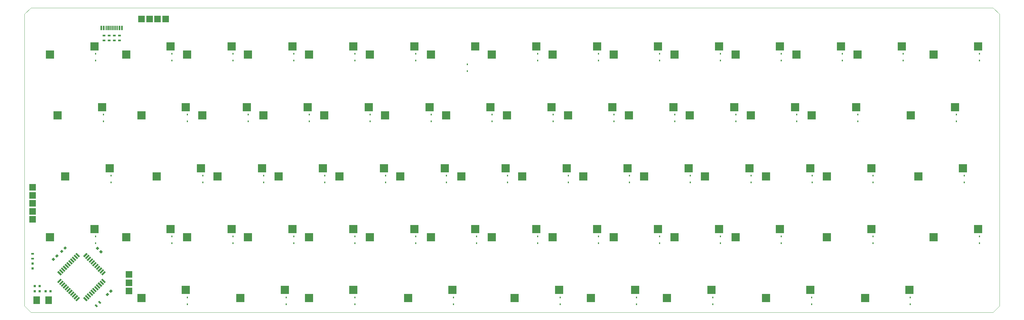
<source format=gbr>
%TF.GenerationSoftware,KiCad,Pcbnew,5.1.6*%
%TF.CreationDate,2020-07-08T12:45:37+02:00*%
%TF.ProjectId,zedekiel,7a656465-6b69-4656-9c2e-6b696361645f,rev?*%
%TF.SameCoordinates,Original*%
%TF.FileFunction,Paste,Bot*%
%TF.FilePolarity,Positive*%
%FSLAX46Y46*%
G04 Gerber Fmt 4.6, Leading zero omitted, Abs format (unit mm)*
G04 Created by KiCad (PCBNEW 5.1.6) date 2020-07-08 12:45:37*
%MOMM*%
%LPD*%
G01*
G04 APERTURE LIST*
%TA.AperFunction,Profile*%
%ADD10C,0.050000*%
%TD*%
%ADD11R,2.550000X2.500000*%
%ADD12R,0.300000X1.450000*%
%ADD13R,0.600000X1.450000*%
%ADD14R,2.000000X2.400000*%
%ADD15R,0.800000X0.750000*%
%ADD16R,0.750000X0.800000*%
%ADD17C,0.100000*%
%ADD18R,0.450000X0.600000*%
%ADD19R,0.900000X0.500000*%
%ADD20R,2.000000X2.000000*%
G04 APERTURE END LIST*
D10*
X20400000Y-113400000D02*
X20400000Y-22400000D01*
X22400000Y-115400000D02*
X20400000Y-113400000D01*
X322400000Y-115400000D02*
X22400000Y-115400000D01*
X324400000Y-113400000D02*
X322400000Y-115400000D01*
X324400000Y-22400000D02*
X324400000Y-113400000D01*
X322400000Y-20400000D02*
X324400000Y-22400000D01*
X22400000Y-20400000D02*
X322400000Y-20400000D01*
X20400000Y-22400000D02*
X22400000Y-20400000D01*
D11*
%TO.C,K66*%
X317710000Y-32440000D03*
X303860000Y-34980000D03*
%TD*%
%TO.C,K28*%
X310585000Y-51440000D03*
X296735000Y-53980000D03*
%TD*%
%TO.C,K42*%
X312960000Y-70440000D03*
X299110000Y-72980000D03*
%TD*%
%TO.C,K56*%
X317710000Y-89440000D03*
X303860000Y-91980000D03*
%TD*%
%TO.C,K55*%
X284460000Y-89440000D03*
X270610000Y-91980000D03*
%TD*%
%TO.C,K65*%
X282485000Y-110980000D03*
X296335000Y-108440000D03*
%TD*%
%TO.C,K64*%
X265460000Y-108440000D03*
X251610000Y-110980000D03*
%TD*%
%TO.C,K63*%
X220735000Y-110980000D03*
X234585000Y-108440000D03*
%TD*%
%TO.C,K62*%
X196985000Y-110980000D03*
X210835000Y-108440000D03*
%TD*%
%TO.C,K61*%
X173235000Y-110980000D03*
X187085000Y-108440000D03*
%TD*%
%TO.C,K60*%
X153835000Y-108440000D03*
X139985000Y-110980000D03*
%TD*%
%TO.C,K58*%
X87735000Y-110980000D03*
X101585000Y-108440000D03*
%TD*%
%TO.C,K57*%
X70710000Y-108440000D03*
X56860000Y-110980000D03*
%TD*%
%TO.C,K43*%
X42210000Y-89440000D03*
X28360000Y-91980000D03*
%TD*%
%TO.C,K29*%
X46960000Y-70440000D03*
X33110000Y-72980000D03*
%TD*%
%TO.C,K15*%
X44585000Y-51440000D03*
X30735000Y-53980000D03*
%TD*%
%TO.C,K1*%
X42210000Y-32440000D03*
X28360000Y-34980000D03*
%TD*%
%TO.C,K40*%
X251610000Y-72980000D03*
X265460000Y-70440000D03*
%TD*%
%TO.C,K47*%
X109110000Y-91980000D03*
X122960000Y-89440000D03*
%TD*%
%TO.C,K37*%
X194610000Y-72980000D03*
X208460000Y-70440000D03*
%TD*%
%TO.C,K34*%
X137610000Y-72980000D03*
X151460000Y-70440000D03*
%TD*%
%TO.C,K32*%
X99610000Y-72980000D03*
X113460000Y-70440000D03*
%TD*%
%TO.C,K31*%
X80610000Y-72980000D03*
X94460000Y-70440000D03*
%TD*%
%TO.C,K59*%
X109110000Y-110980000D03*
X122960000Y-108440000D03*
%TD*%
%TO.C,K54*%
X242110000Y-91980000D03*
X255960000Y-89440000D03*
%TD*%
%TO.C,K53*%
X223110000Y-91980000D03*
X236960000Y-89440000D03*
%TD*%
%TO.C,K52*%
X204110000Y-91980000D03*
X217960000Y-89440000D03*
%TD*%
%TO.C,K51*%
X185110000Y-91980000D03*
X198960000Y-89440000D03*
%TD*%
%TO.C,K50*%
X166110000Y-91980000D03*
X179960000Y-89440000D03*
%TD*%
%TO.C,K49*%
X147110000Y-91980000D03*
X160960000Y-89440000D03*
%TD*%
%TO.C,K48*%
X128110000Y-91980000D03*
X141960000Y-89440000D03*
%TD*%
%TO.C,K46*%
X90110000Y-91980000D03*
X103960000Y-89440000D03*
%TD*%
%TO.C,K45*%
X71110000Y-91980000D03*
X84960000Y-89440000D03*
%TD*%
%TO.C,K44*%
X52110000Y-91980000D03*
X65960000Y-89440000D03*
%TD*%
%TO.C,K41*%
X270610000Y-72980000D03*
X284460000Y-70440000D03*
%TD*%
%TO.C,K39*%
X232610000Y-72980000D03*
X246460000Y-70440000D03*
%TD*%
%TO.C,K38*%
X213610000Y-72980000D03*
X227460000Y-70440000D03*
%TD*%
%TO.C,K36*%
X175610000Y-72980000D03*
X189460000Y-70440000D03*
%TD*%
%TO.C,K35*%
X156610000Y-72980000D03*
X170460000Y-70440000D03*
%TD*%
%TO.C,K33*%
X118610000Y-72980000D03*
X132460000Y-70440000D03*
%TD*%
%TO.C,K30*%
X61610000Y-72980000D03*
X75460000Y-70440000D03*
%TD*%
%TO.C,K27*%
X265860000Y-53980000D03*
X279710000Y-51440000D03*
%TD*%
%TO.C,K26*%
X246860000Y-53980000D03*
X260710000Y-51440000D03*
%TD*%
%TO.C,K25*%
X227860000Y-53980000D03*
X241710000Y-51440000D03*
%TD*%
%TO.C,K24*%
X208860000Y-53980000D03*
X222710000Y-51440000D03*
%TD*%
%TO.C,K23*%
X189860000Y-53980000D03*
X203710000Y-51440000D03*
%TD*%
%TO.C,K22*%
X170860000Y-53980000D03*
X184710000Y-51440000D03*
%TD*%
%TO.C,K21*%
X151860000Y-53980000D03*
X165710000Y-51440000D03*
%TD*%
%TO.C,K20*%
X132860000Y-53980000D03*
X146710000Y-51440000D03*
%TD*%
%TO.C,K19*%
X113860000Y-53980000D03*
X127710000Y-51440000D03*
%TD*%
%TO.C,K18*%
X94860000Y-53980000D03*
X108710000Y-51440000D03*
%TD*%
%TO.C,K17*%
X75860000Y-53980000D03*
X89710000Y-51440000D03*
%TD*%
%TO.C,K16*%
X56860000Y-53980000D03*
X70710000Y-51440000D03*
%TD*%
%TO.C,K14*%
X280110000Y-34980000D03*
X293960000Y-32440000D03*
%TD*%
%TO.C,K13*%
X261110000Y-34980000D03*
X274960000Y-32440000D03*
%TD*%
%TO.C,K12*%
X242110000Y-34980000D03*
X255960000Y-32440000D03*
%TD*%
%TO.C,K11*%
X223110000Y-34980000D03*
X236960000Y-32440000D03*
%TD*%
%TO.C,K10*%
X204110000Y-34980000D03*
X217960000Y-32440000D03*
%TD*%
%TO.C,K9*%
X185110000Y-34980000D03*
X198960000Y-32440000D03*
%TD*%
%TO.C,K8*%
X166110000Y-34980000D03*
X179960000Y-32440000D03*
%TD*%
%TO.C,K7*%
X147110000Y-34980000D03*
X160960000Y-32440000D03*
%TD*%
%TO.C,K6*%
X128110000Y-34980000D03*
X141960000Y-32440000D03*
%TD*%
%TO.C,K5*%
X109110000Y-34980000D03*
X122960000Y-32440000D03*
%TD*%
%TO.C,K4*%
X90110000Y-34980000D03*
X103960000Y-32440000D03*
%TD*%
%TO.C,K3*%
X71110000Y-34980000D03*
X84960000Y-32440000D03*
%TD*%
%TO.C,K2*%
X52110000Y-34980000D03*
X65960000Y-32440000D03*
%TD*%
D12*
%TO.C,USB1*%
X47350000Y-26695000D03*
X47850000Y-26695000D03*
X48350000Y-26695000D03*
X46850000Y-26695000D03*
X48850000Y-26695000D03*
X46350000Y-26695000D03*
X49350000Y-26695000D03*
X45850000Y-26695000D03*
D13*
X45150000Y-26695000D03*
X50050000Y-26695000D03*
X44375000Y-26695000D03*
X50825000Y-26695000D03*
%TD*%
D14*
%TO.C,X1*%
X24200000Y-111625000D03*
X27900000Y-111625000D03*
%TD*%
D15*
%TO.C,C1*%
X25100000Y-107200000D03*
X23600000Y-107200000D03*
%TD*%
D16*
%TO.C,C8*%
X22900000Y-100200000D03*
X22900000Y-101700000D03*
%TD*%
D17*
%TO.C,C7*%
G36*
X42641332Y-95421662D02*
G01*
X43171662Y-94891332D01*
X43737348Y-95457018D01*
X43207018Y-95987348D01*
X42641332Y-95421662D01*
G37*
G36*
X43701992Y-96482322D02*
G01*
X44232322Y-95951992D01*
X44798008Y-96517678D01*
X44267678Y-97048008D01*
X43701992Y-96482322D01*
G37*
%TD*%
%TO.C,C6*%
G36*
X32011992Y-96928338D02*
G01*
X31481662Y-96398008D01*
X32047348Y-95832322D01*
X32577678Y-96362652D01*
X32011992Y-96928338D01*
G37*
G36*
X33072652Y-95867678D02*
G01*
X32542322Y-95337348D01*
X33108008Y-94771662D01*
X33638338Y-95301992D01*
X33072652Y-95867678D01*
G37*
%TD*%
%TO.C,C5*%
G36*
X47348008Y-108221662D02*
G01*
X47878338Y-108751992D01*
X47312652Y-109317678D01*
X46782322Y-108787348D01*
X47348008Y-108221662D01*
G37*
G36*
X46287348Y-109282322D02*
G01*
X46817678Y-109812652D01*
X46251992Y-110378338D01*
X45721662Y-109848008D01*
X46287348Y-109282322D01*
G37*
%TD*%
%TO.C,C4*%
G36*
X29421662Y-99408668D02*
G01*
X28891332Y-98878338D01*
X29457018Y-98312652D01*
X29987348Y-98842982D01*
X29421662Y-99408668D01*
G37*
G36*
X30482322Y-98348008D02*
G01*
X29951992Y-97817678D01*
X30517678Y-97251992D01*
X31048008Y-97782322D01*
X30482322Y-98348008D01*
G37*
%TD*%
D15*
%TO.C,C3*%
X25100000Y-108800000D03*
X23600000Y-108800000D03*
%TD*%
%TO.C,C2*%
X28500000Y-108800000D03*
X27000000Y-108800000D03*
%TD*%
D18*
%TO.C,D1*%
X42600000Y-36850000D03*
X42600000Y-34750000D03*
%TD*%
%TO.C,D26*%
X261200000Y-55850000D03*
X261200000Y-53750000D03*
%TD*%
%TO.C,D7*%
X158500000Y-40150000D03*
X158500000Y-38050000D03*
%TD*%
%TO.C,D66*%
X318200000Y-36850000D03*
X318200000Y-34750000D03*
%TD*%
%TO.C,D65*%
X296600000Y-112850000D03*
X296600000Y-110750000D03*
%TD*%
%TO.C,D64*%
X265800000Y-112850000D03*
X265800000Y-110750000D03*
%TD*%
%TO.C,D63*%
X235000000Y-112850000D03*
X235000000Y-110750000D03*
%TD*%
%TO.C,D62*%
X211200000Y-112850000D03*
X211200000Y-110750000D03*
%TD*%
%TO.C,D61*%
X187400000Y-112850000D03*
X187400000Y-110750000D03*
%TD*%
%TO.C,D60*%
X154200000Y-112850000D03*
X154200000Y-110750000D03*
%TD*%
%TO.C,D59*%
X123400000Y-112850000D03*
X123400000Y-110750000D03*
%TD*%
%TO.C,D58*%
X102000000Y-112850000D03*
X102000000Y-110750000D03*
%TD*%
%TO.C,D57*%
X71200000Y-112850000D03*
X71200000Y-110750000D03*
%TD*%
%TO.C,D56*%
X318200000Y-93850000D03*
X318200000Y-91750000D03*
%TD*%
%TO.C,D55*%
X285000000Y-93850000D03*
X285000000Y-91750000D03*
%TD*%
%TO.C,D54*%
X256400000Y-93850000D03*
X256400000Y-91750000D03*
%TD*%
%TO.C,D53*%
X237400000Y-93850000D03*
X237400000Y-91750000D03*
%TD*%
%TO.C,D52*%
X218400000Y-93850000D03*
X218400000Y-91750000D03*
%TD*%
%TO.C,D51*%
X199400000Y-93850000D03*
X199400000Y-91750000D03*
%TD*%
%TO.C,D50*%
X180400000Y-93850000D03*
X180400000Y-91750000D03*
%TD*%
%TO.C,D49*%
X161400000Y-93850000D03*
X161400000Y-91750000D03*
%TD*%
%TO.C,D48*%
X142400000Y-93850000D03*
X142400000Y-91750000D03*
%TD*%
%TO.C,D47*%
X123400000Y-93850000D03*
X123400000Y-91750000D03*
%TD*%
%TO.C,D46*%
X104400000Y-93850000D03*
X104400000Y-91750000D03*
%TD*%
%TO.C,D45*%
X85400000Y-93850000D03*
X85400000Y-91750000D03*
%TD*%
%TO.C,D44*%
X66400000Y-93850000D03*
X66400000Y-91750000D03*
%TD*%
%TO.C,D43*%
X42600000Y-93850000D03*
X42600000Y-91750000D03*
%TD*%
%TO.C,D42*%
X313400000Y-74850000D03*
X313400000Y-72750000D03*
%TD*%
%TO.C,D41*%
X285000000Y-74850000D03*
X285000000Y-72750000D03*
%TD*%
%TO.C,D40*%
X266000000Y-74850000D03*
X266000000Y-72750000D03*
%TD*%
%TO.C,D39*%
X247000000Y-74850000D03*
X247000000Y-72750000D03*
%TD*%
%TO.C,D38*%
X228000000Y-74850000D03*
X228000000Y-72750000D03*
%TD*%
%TO.C,D37*%
X209000000Y-74850000D03*
X209000000Y-72750000D03*
%TD*%
%TO.C,D36*%
X190000000Y-74850000D03*
X190000000Y-72750000D03*
%TD*%
%TO.C,D35*%
X171000000Y-74850000D03*
X171000000Y-72750000D03*
%TD*%
%TO.C,D34*%
X152000000Y-74850000D03*
X152000000Y-72750000D03*
%TD*%
%TO.C,D33*%
X133000000Y-74850000D03*
X133000000Y-72750000D03*
%TD*%
%TO.C,D32*%
X114000000Y-74850000D03*
X114000000Y-72750000D03*
%TD*%
%TO.C,D31*%
X95000000Y-74850000D03*
X95000000Y-72750000D03*
%TD*%
%TO.C,D30*%
X76000000Y-74850000D03*
X76000000Y-72750000D03*
%TD*%
%TO.C,D29*%
X47400000Y-74850000D03*
X47400000Y-72750000D03*
%TD*%
%TO.C,D28*%
X311000000Y-55850000D03*
X311000000Y-53750000D03*
%TD*%
%TO.C,D27*%
X280200000Y-55850000D03*
X280200000Y-53750000D03*
%TD*%
%TO.C,D25*%
X242200000Y-55850000D03*
X242200000Y-53750000D03*
%TD*%
%TO.C,D24*%
X223200000Y-55850000D03*
X223200000Y-53750000D03*
%TD*%
%TO.C,D23*%
X204200000Y-55850000D03*
X204200000Y-53750000D03*
%TD*%
%TO.C,D22*%
X185200000Y-55850000D03*
X185200000Y-53750000D03*
%TD*%
%TO.C,D21*%
X166200000Y-55850000D03*
X166200000Y-53750000D03*
%TD*%
%TO.C,D20*%
X147200000Y-55850000D03*
X147200000Y-53750000D03*
%TD*%
%TO.C,D19*%
X128200000Y-55850000D03*
X128200000Y-53750000D03*
%TD*%
%TO.C,D18*%
X109200000Y-55850000D03*
X109200000Y-53750000D03*
%TD*%
%TO.C,D17*%
X90200000Y-55850000D03*
X90200000Y-53750000D03*
%TD*%
%TO.C,D16*%
X71200000Y-55850000D03*
X71200000Y-53750000D03*
%TD*%
%TO.C,D15*%
X45000000Y-55850000D03*
X45000000Y-53750000D03*
%TD*%
%TO.C,D14*%
X294400000Y-36850000D03*
X294400000Y-34750000D03*
%TD*%
%TO.C,D13*%
X275400000Y-36850000D03*
X275400000Y-34750000D03*
%TD*%
%TO.C,D12*%
X256400000Y-36850000D03*
X256400000Y-34750000D03*
%TD*%
%TO.C,D11*%
X237400000Y-36850000D03*
X237400000Y-34750000D03*
%TD*%
%TO.C,D10*%
X218400000Y-36850000D03*
X218400000Y-34750000D03*
%TD*%
%TO.C,D9*%
X199400000Y-36850000D03*
X199400000Y-34750000D03*
%TD*%
%TO.C,D8*%
X180400000Y-36850000D03*
X180400000Y-34750000D03*
%TD*%
%TO.C,D6*%
X142400000Y-36850000D03*
X142400000Y-34750000D03*
%TD*%
%TO.C,D5*%
X123400000Y-36850000D03*
X123400000Y-34750000D03*
%TD*%
%TO.C,D4*%
X104400000Y-36850000D03*
X104400000Y-34750000D03*
%TD*%
%TO.C,D3*%
X85400000Y-36850000D03*
X85400000Y-34750000D03*
%TD*%
%TO.C,D2*%
X66400000Y-36850000D03*
X66400000Y-34750000D03*
%TD*%
D19*
%TO.C,R2*%
X45200000Y-30600000D03*
X45200000Y-29100000D03*
%TD*%
D17*
%TO.C,R6*%
G36*
X43971751Y-112764645D02*
G01*
X43335355Y-112128249D01*
X43688909Y-111774695D01*
X44325305Y-112411091D01*
X43971751Y-112764645D01*
G37*
G36*
X42911091Y-113825305D02*
G01*
X42274695Y-113188909D01*
X42628249Y-112835355D01*
X43264645Y-113471751D01*
X42911091Y-113825305D01*
G37*
%TD*%
D19*
%TO.C,R5*%
X46800000Y-29100000D03*
X46800000Y-30600000D03*
%TD*%
%TO.C,R4*%
X48400000Y-29100000D03*
X48400000Y-30600000D03*
%TD*%
%TO.C,R3*%
X50000000Y-30600000D03*
X50000000Y-29100000D03*
%TD*%
%TO.C,R1*%
X22900000Y-97150000D03*
X22900000Y-98650000D03*
%TD*%
D17*
%TO.C,U1*%
G36*
X31676940Y-104877298D02*
G01*
X32065848Y-105266206D01*
X31005188Y-106326866D01*
X30616280Y-105937958D01*
X31676940Y-104877298D01*
G37*
G36*
X32242626Y-105442983D02*
G01*
X32631534Y-105831891D01*
X31570874Y-106892551D01*
X31181966Y-106503643D01*
X32242626Y-105442983D01*
G37*
G36*
X32808311Y-106008668D02*
G01*
X33197219Y-106397576D01*
X32136559Y-107458236D01*
X31747651Y-107069328D01*
X32808311Y-106008668D01*
G37*
G36*
X33373996Y-106574354D02*
G01*
X33762904Y-106963262D01*
X32702244Y-108023922D01*
X32313336Y-107635014D01*
X33373996Y-106574354D01*
G37*
G36*
X33939682Y-107140039D02*
G01*
X34328590Y-107528947D01*
X33267930Y-108589607D01*
X32879022Y-108200699D01*
X33939682Y-107140039D01*
G37*
G36*
X34505367Y-107705725D02*
G01*
X34894275Y-108094633D01*
X33833615Y-109155293D01*
X33444707Y-108766385D01*
X34505367Y-107705725D01*
G37*
G36*
X35071053Y-108271410D02*
G01*
X35459961Y-108660318D01*
X34399301Y-109720978D01*
X34010393Y-109332070D01*
X35071053Y-108271410D01*
G37*
G36*
X35636738Y-108837096D02*
G01*
X36025646Y-109226004D01*
X34964986Y-110286664D01*
X34576078Y-109897756D01*
X35636738Y-108837096D01*
G37*
G36*
X36202424Y-109402781D02*
G01*
X36591332Y-109791689D01*
X35530672Y-110852349D01*
X35141764Y-110463441D01*
X36202424Y-109402781D01*
G37*
G36*
X36768109Y-109968466D02*
G01*
X37157017Y-110357374D01*
X36096357Y-111418034D01*
X35707449Y-111029126D01*
X36768109Y-109968466D01*
G37*
G36*
X37333794Y-110534152D02*
G01*
X37722702Y-110923060D01*
X36662042Y-111983720D01*
X36273134Y-111594812D01*
X37333794Y-110534152D01*
G37*
G36*
X38677298Y-110923060D02*
G01*
X39066206Y-110534152D01*
X40126866Y-111594812D01*
X39737958Y-111983720D01*
X38677298Y-110923060D01*
G37*
G36*
X39242983Y-110357374D02*
G01*
X39631891Y-109968466D01*
X40692551Y-111029126D01*
X40303643Y-111418034D01*
X39242983Y-110357374D01*
G37*
G36*
X39808668Y-109791689D02*
G01*
X40197576Y-109402781D01*
X41258236Y-110463441D01*
X40869328Y-110852349D01*
X39808668Y-109791689D01*
G37*
G36*
X40374354Y-109226004D02*
G01*
X40763262Y-108837096D01*
X41823922Y-109897756D01*
X41435014Y-110286664D01*
X40374354Y-109226004D01*
G37*
G36*
X40940039Y-108660318D02*
G01*
X41328947Y-108271410D01*
X42389607Y-109332070D01*
X42000699Y-109720978D01*
X40940039Y-108660318D01*
G37*
G36*
X41505725Y-108094633D02*
G01*
X41894633Y-107705725D01*
X42955293Y-108766385D01*
X42566385Y-109155293D01*
X41505725Y-108094633D01*
G37*
G36*
X42071410Y-107528947D02*
G01*
X42460318Y-107140039D01*
X43520978Y-108200699D01*
X43132070Y-108589607D01*
X42071410Y-107528947D01*
G37*
G36*
X42637096Y-106963262D02*
G01*
X43026004Y-106574354D01*
X44086664Y-107635014D01*
X43697756Y-108023922D01*
X42637096Y-106963262D01*
G37*
G36*
X43202781Y-106397576D02*
G01*
X43591689Y-106008668D01*
X44652349Y-107069328D01*
X44263441Y-107458236D01*
X43202781Y-106397576D01*
G37*
G36*
X43768466Y-105831891D02*
G01*
X44157374Y-105442983D01*
X45218034Y-106503643D01*
X44829126Y-106892551D01*
X43768466Y-105831891D01*
G37*
G36*
X44334152Y-105266206D02*
G01*
X44723060Y-104877298D01*
X45783720Y-105937958D01*
X45394812Y-106326866D01*
X44334152Y-105266206D01*
G37*
G36*
X45394812Y-102473134D02*
G01*
X45783720Y-102862042D01*
X44723060Y-103922702D01*
X44334152Y-103533794D01*
X45394812Y-102473134D01*
G37*
G36*
X44829126Y-101907449D02*
G01*
X45218034Y-102296357D01*
X44157374Y-103357017D01*
X43768466Y-102968109D01*
X44829126Y-101907449D01*
G37*
G36*
X44263441Y-101341764D02*
G01*
X44652349Y-101730672D01*
X43591689Y-102791332D01*
X43202781Y-102402424D01*
X44263441Y-101341764D01*
G37*
G36*
X43697756Y-100776078D02*
G01*
X44086664Y-101164986D01*
X43026004Y-102225646D01*
X42637096Y-101836738D01*
X43697756Y-100776078D01*
G37*
G36*
X43132070Y-100210393D02*
G01*
X43520978Y-100599301D01*
X42460318Y-101659961D01*
X42071410Y-101271053D01*
X43132070Y-100210393D01*
G37*
G36*
X42566385Y-99644707D02*
G01*
X42955293Y-100033615D01*
X41894633Y-101094275D01*
X41505725Y-100705367D01*
X42566385Y-99644707D01*
G37*
G36*
X42000699Y-99079022D02*
G01*
X42389607Y-99467930D01*
X41328947Y-100528590D01*
X40940039Y-100139682D01*
X42000699Y-99079022D01*
G37*
G36*
X41435014Y-98513336D02*
G01*
X41823922Y-98902244D01*
X40763262Y-99962904D01*
X40374354Y-99573996D01*
X41435014Y-98513336D01*
G37*
G36*
X40869328Y-97947651D02*
G01*
X41258236Y-98336559D01*
X40197576Y-99397219D01*
X39808668Y-99008311D01*
X40869328Y-97947651D01*
G37*
G36*
X40303643Y-97381966D02*
G01*
X40692551Y-97770874D01*
X39631891Y-98831534D01*
X39242983Y-98442626D01*
X40303643Y-97381966D01*
G37*
G36*
X39737958Y-96816280D02*
G01*
X40126866Y-97205188D01*
X39066206Y-98265848D01*
X38677298Y-97876940D01*
X39737958Y-96816280D01*
G37*
G36*
X36273134Y-97205188D02*
G01*
X36662042Y-96816280D01*
X37722702Y-97876940D01*
X37333794Y-98265848D01*
X36273134Y-97205188D01*
G37*
G36*
X35707449Y-97770874D02*
G01*
X36096357Y-97381966D01*
X37157017Y-98442626D01*
X36768109Y-98831534D01*
X35707449Y-97770874D01*
G37*
G36*
X35141764Y-98336559D02*
G01*
X35530672Y-97947651D01*
X36591332Y-99008311D01*
X36202424Y-99397219D01*
X35141764Y-98336559D01*
G37*
G36*
X34576078Y-98902244D02*
G01*
X34964986Y-98513336D01*
X36025646Y-99573996D01*
X35636738Y-99962904D01*
X34576078Y-98902244D01*
G37*
G36*
X34010393Y-99467930D02*
G01*
X34399301Y-99079022D01*
X35459961Y-100139682D01*
X35071053Y-100528590D01*
X34010393Y-99467930D01*
G37*
G36*
X33444707Y-100033615D02*
G01*
X33833615Y-99644707D01*
X34894275Y-100705367D01*
X34505367Y-101094275D01*
X33444707Y-100033615D01*
G37*
G36*
X32879022Y-100599301D02*
G01*
X33267930Y-100210393D01*
X34328590Y-101271053D01*
X33939682Y-101659961D01*
X32879022Y-100599301D01*
G37*
G36*
X32313336Y-101164986D02*
G01*
X32702244Y-100776078D01*
X33762904Y-101836738D01*
X33373996Y-102225646D01*
X32313336Y-101164986D01*
G37*
G36*
X31747651Y-101730672D02*
G01*
X32136559Y-101341764D01*
X33197219Y-102402424D01*
X32808311Y-102791332D01*
X31747651Y-101730672D01*
G37*
G36*
X31181966Y-102296357D02*
G01*
X31570874Y-101907449D01*
X32631534Y-102968109D01*
X32242626Y-103357017D01*
X31181966Y-102296357D01*
G37*
G36*
X30616280Y-102862042D02*
G01*
X31005188Y-102473134D01*
X32065848Y-103533794D01*
X31676940Y-103922702D01*
X30616280Y-102862042D01*
G37*
%TD*%
D20*
%TO.C,TP6*%
X22900000Y-76400000D03*
%TD*%
%TO.C,TP6*%
X22900000Y-78900000D03*
%TD*%
%TO.C,TP10*%
X22900000Y-86400000D03*
%TD*%
%TO.C,TP9*%
X22900000Y-83900000D03*
%TD*%
%TO.C,TP8*%
X22900000Y-81400000D03*
%TD*%
%TO.C,TP7*%
X53000000Y-108750000D03*
%TD*%
%TO.C,TP6*%
X53000000Y-103600000D03*
%TD*%
%TO.C,TP5*%
X53000000Y-106180000D03*
%TD*%
%TO.C,TP4*%
X64400000Y-23900000D03*
%TD*%
%TO.C,TP3*%
X61900000Y-23900000D03*
%TD*%
%TO.C,TP2*%
X59400000Y-23900000D03*
%TD*%
%TO.C,TP1*%
X56900000Y-23900000D03*
%TD*%
M02*

</source>
